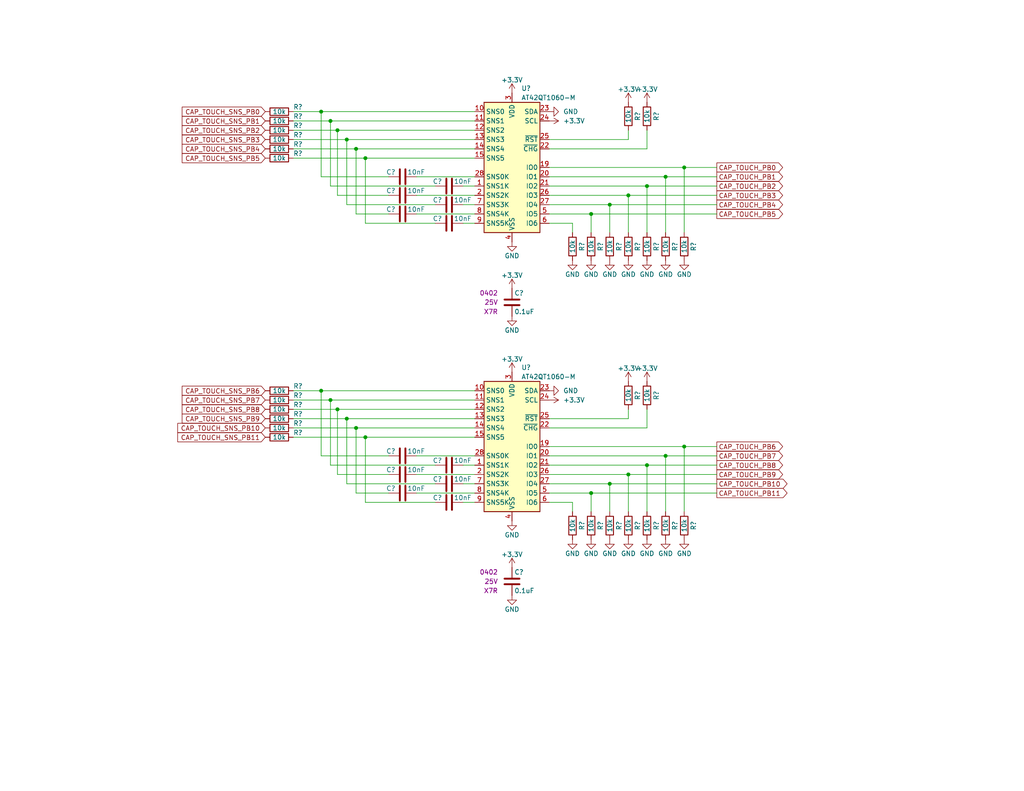
<source format=kicad_sch>
(kicad_sch (version 20230121) (generator eeschema)
  (paper "A")
  (title_block (title "USB MPD") (date "2024-02-06") (rev "PRELIM") (company "Drew Maatman"))
  (lib_symbols
    (symbol "Custom Library:C_Custom" (pin_numbers hide) (pin_names (offset 0.254))
      (property "Reference" "C" (at 0.635 2.54 0))
      (property "Value" "C_Custom" (at 0.635 -2.54 0))
      (property "display_footprint" "Foot" (at -3.81 2.54 0))
      (property "Voltage" "V" (at -3.81 0 0))
      (property "Dielectric" "Er" (at -3.81 -2.54 0))
      (symbol "C_Custom_0_1"
        (polyline (pts (xy -2.032 -0.762) (xy 2.032 -0.762)) (stroke (width 0.508)))
        (polyline (pts (xy -2.032 0.762) (xy 2.032 0.762)) (stroke (width 0.508)))
      )
      (symbol "C_Custom_1_1"
        (pin passive line (at 0 3.81 270) (length 2.794) (name "~") (number "1"))
        (pin passive line (at 0 -3.81 90) (length 2.794) (name "~") (number "2"))
      )
    )
    (symbol "Custom_Library:R_Custom" (pin_numbers hide) (pin_names (offset 1.016) hide)
      (property "Reference" "R" (at -2.54 0 90))
      (property "Value" "Custom_Library_R_Custom" (at 0 0 90))
      (property "display_footprint" "Foot" (at 2.54 0 90))
      (property "Tolerance" "Tol" (at 5.08 0 90))
      (property "Wattage" "W" (at 7.62 0 90))
      (symbol "R_Custom_0_1"
        (rectangle (start 1.016 2.54) (end -1.016 -2.54) (stroke (width 0.254)))
      )
      (symbol "R_Custom_1_1"
        (pin passive line (at 0 3.81 270) (length 1.27) (name "1") (number "1"))
        (pin passive line (at 0 -3.81 90) (length 1.27) (name "2") (number "2"))
      )
    )
    (symbol "Sensor_Touch:AT42QT1060-M"
      (property "Reference" "U" (at -2.54 21.59 0))
      (property "Value" "AT42QT1060-M" (at -2.54 19.05 0))
      (symbol "AT42QT1060-M_0_1"
        (rectangle (start 7.62 17.78) (end -7.62 -17.78) (stroke (width 0.254)) (fill (type background)))
      )
      (symbol "AT42QT1060-M_1_1"
        (pin passive line (at 10.16 -5.08 180) (length 2.54) (name "SNS1K") (number "1"))
        (pin passive line (at 10.16 15.24 180) (length 2.54) (name "SNS0") (number "10"))
        (pin passive line (at 10.16 12.7 180) (length 2.54) (name "SNS1") (number "11"))
        (pin passive line (at 10.16 10.16 180) (length 2.54) (name "SNS2") (number "12"))
        (pin passive line (at 10.16 7.62 180) (length 2.54) (name "SNS3") (number "13"))
        (pin passive line (at 10.16 5.08 180) (length 2.54) (name "SNS4") (number "14"))
        (pin passive line (at 10.16 2.54 180) (length 2.54) (name "SNS5") (number "15"))
        (pin passive line (at 0 20.32 270) (length 2.54) hide (name "VDD") (number "16"))
        (pin passive line (at 0 20.32 270) (length 2.54) hide (name "VDD") (number "17"))
        (pin passive line (at 0 -20.32 90) (length 2.54) hide (name "VSS") (number "18"))
        (pin bidirectional line (at -10.16 0 0) (length 2.54) (name "IO0") (number "19"))
        (pin passive line (at 10.16 -7.62 180) (length 2.54) (name "SNS2K") (number "2"))
        (pin bidirectional line (at -10.16 -2.54 0) (length 2.54) (name "IO1") (number "20"))
        (pin bidirectional line (at -10.16 -5.08 0) (length 2.54) (name "IO2") (number "21"))
        (pin open_collector line (at -10.16 5.08 0) (length 2.54) (name "~{CHG}") (number "22"))
        (pin bidirectional line (at -10.16 15.24 0) (length 2.54) (name "SDA") (number "23"))
        (pin input line (at -10.16 12.7 0) (length 2.54) (name "SCL") (number "24"))
        (pin input line (at -10.16 7.62 0) (length 2.54) (name "~{RST}") (number "25"))
        (pin bidirectional line (at -10.16 -7.62 0) (length 2.54) (name "IO3") (number "26"))
        (pin bidirectional line (at -10.16 -10.16 0) (length 2.54) (name "IO4") (number "27"))
        (pin passive line (at 10.16 -2.54 180) (length 2.54) (name "SNS0K") (number "28"))
        (pin passive line (at 0 -20.32 90) (length 2.54) hide (name "VSS") (number "29"))
        (pin power_in line (at 0 20.32 270) (length 2.54) (name "VDD") (number "3"))
        (pin power_in line (at 0 -20.32 90) (length 2.54) (name "VSS") (number "4"))
        (pin bidirectional line (at -10.16 -12.7 0) (length 2.54) (name "IO5") (number "5"))
        (pin bidirectional line (at -10.16 -15.24 0) (length 2.54) (name "IO6") (number "6"))
        (pin passive line (at 10.16 -10.16 180) (length 2.54) (name "SNS3K") (number "7"))
        (pin passive line (at 10.16 -12.7 180) (length 2.54) (name "SNS4K") (number "8"))
        (pin passive line (at 10.16 -15.24 180) (length 2.54) (name "SNS5K") (number "9"))
      )
    )
    (symbol "power:+3.3V" (power) (pin_names (offset 0))
      (property "Value" "+3.3V" (at 0 3.556 0))
      (symbol "+3.3V_0_1"
        (polyline (pts (xy -0.762 1.27) (xy 0 2.54)))
        (polyline (pts (xy 0 0) (xy 0 2.54)))
        (polyline (pts (xy 0 2.54) (xy 0.762 1.27)))
      )
      (symbol "+3.3V_1_1"
        (pin power_in line (at 0 0 90) (length 0) hide (name "+3.3V") (number "1"))
      )
    )
    (symbol "power:GND" (power) (pin_names (offset 0))
      (property "Value" "GND" (at 0 -3.81 0))
      (symbol "GND_0_1"
        (polyline (pts (xy 0 0) (xy 0 -1.27) (xy 1.27 -1.27) (xy 0 -2.54) (xy -1.27 -1.27) (xy 0 -1.27)))
      )
      (symbol "GND_1_1"
        (pin power_in line (at 0 0 270) (length 0) hide (name "GND") (number "1"))
      )
    )
  )
  (junction (at 176.53 127))
  (junction (at 99.695 119.38))
  (junction (at 166.37 55.88))
  (junction (at 161.29 134.62))
  (junction (at 181.61 124.46))
  (junction (at 171.45 129.54))
  (junction (at 92.075 111.76))
  (junction (at 90.17 109.22))
  (junction (at 176.53 50.8))
  (junction (at 90.17 33.02))
  (junction (at 92.075 35.56))
  (junction (at 186.69 121.92))
  (junction (at 99.695 43.18))
  (junction (at 97.155 116.84))
  (junction (at 161.29 58.42))
  (junction (at 87.63 106.68))
  (junction (at 97.155 40.64))
  (junction (at 171.45 53.34))
  (junction (at 94.615 38.1))
  (junction (at 186.69 45.72))
  (junction (at 94.615 114.3))
  (junction (at 166.37 132.08))
  (junction (at 87.63 30.48))
  (junction (at 181.61 48.26))
  (wire (pts (xy 156.21 60.96) (xy 156.21 63.5)))
  (wire (pts (xy 94.615 55.88) (xy 94.615 38.1)))
  (wire (pts (xy 99.695 137.16) (xy 99.695 119.38)))
  (wire (pts (xy 149.86 53.34) (xy 171.45 53.34)))
  (wire (pts (xy 87.63 48.26) (xy 87.63 30.48)))
  (wire (pts (xy 113.665 124.46) (xy 129.54 124.46)))
  (wire (pts (xy 149.86 121.92) (xy 186.69 121.92)))
  (wire (pts (xy 149.86 55.88) (xy 166.37 55.88)))
  (wire (pts (xy 149.86 45.72) (xy 186.69 45.72)))
  (wire (pts (xy 171.45 129.54) (xy 171.45 139.7)))
  (wire (pts (xy 166.37 132.08) (xy 166.37 139.7)))
  (wire (pts (xy 106.045 129.54) (xy 92.075 129.54)))
  (wire (pts (xy 80.01 106.68) (xy 87.63 106.68)))
  (wire (pts (xy 171.45 35.56) (xy 171.45 38.1)))
  (wire (pts (xy 118.745 127) (xy 90.17 127)))
  (wire (pts (xy 90.17 50.8) (xy 90.17 33.02)))
  (wire (pts (xy 176.53 111.76) (xy 176.53 116.84)))
  (wire (pts (xy 149.86 129.54) (xy 171.45 129.54)))
  (wire (pts (xy 113.665 48.26) (xy 129.54 48.26)))
  (wire (pts (xy 92.075 35.56) (xy 129.54 35.56)))
  (wire (pts (xy 80.01 109.22) (xy 90.17 109.22)))
  (wire (pts (xy 181.61 124.46) (xy 181.61 139.7)))
  (wire (pts (xy 181.61 48.26) (xy 195.58 48.26)))
  (wire (pts (xy 166.37 132.08) (xy 195.58 132.08)))
  (wire (pts (xy 97.155 116.84) (xy 97.155 134.62)))
  (wire (pts (xy 118.745 137.16) (xy 99.695 137.16)))
  (wire (pts (xy 171.45 129.54) (xy 195.58 129.54)))
  (wire (pts (xy 126.365 132.08) (xy 129.54 132.08)))
  (wire (pts (xy 195.58 45.72) (xy 186.69 45.72)))
  (wire (pts (xy 106.045 48.26) (xy 87.63 48.26)))
  (wire (pts (xy 156.21 137.16) (xy 156.21 139.7)))
  (wire (pts (xy 97.155 116.84) (xy 129.54 116.84)))
  (wire (pts (xy 171.45 53.34) (xy 195.58 53.34)))
  (wire (pts (xy 176.53 127) (xy 195.58 127)))
  (wire (pts (xy 94.615 38.1) (xy 129.54 38.1)))
  (wire (pts (xy 92.075 53.34) (xy 92.075 35.56)))
  (wire (pts (xy 106.045 53.34) (xy 92.075 53.34)))
  (wire (pts (xy 118.745 55.88) (xy 94.615 55.88)))
  (wire (pts (xy 113.665 134.62) (xy 129.54 134.62)))
  (wire (pts (xy 181.61 124.46) (xy 195.58 124.46)))
  (wire (pts (xy 126.365 127) (xy 129.54 127)))
  (wire (pts (xy 176.53 127) (xy 176.53 139.7)))
  (wire (pts (xy 176.53 116.84) (xy 149.86 116.84)))
  (wire (pts (xy 118.745 60.96) (xy 99.695 60.96)))
  (wire (pts (xy 176.53 50.8) (xy 195.58 50.8)))
  (wire (pts (xy 90.17 127) (xy 90.17 109.22)))
  (wire (pts (xy 149.86 50.8) (xy 176.53 50.8)))
  (wire (pts (xy 80.01 35.56) (xy 92.075 35.56)))
  (wire (pts (xy 149.86 60.96) (xy 156.21 60.96)))
  (wire (pts (xy 161.29 134.62) (xy 195.58 134.62)))
  (wire (pts (xy 171.45 38.1) (xy 149.86 38.1)))
  (wire (pts (xy 92.075 111.76) (xy 129.54 111.76)))
  (wire (pts (xy 90.17 109.22) (xy 129.54 109.22)))
  (wire (pts (xy 186.69 121.92) (xy 186.69 139.7)))
  (wire (pts (xy 80.01 43.18) (xy 99.695 43.18)))
  (wire (pts (xy 195.58 121.92) (xy 186.69 121.92)))
  (wire (pts (xy 80.01 30.48) (xy 87.63 30.48)))
  (wire (pts (xy 118.745 50.8) (xy 90.17 50.8)))
  (wire (pts (xy 186.69 45.72) (xy 186.69 63.5)))
  (wire (pts (xy 161.29 58.42) (xy 195.58 58.42)))
  (wire (pts (xy 126.365 60.96) (xy 129.54 60.96)))
  (wire (pts (xy 176.53 50.8) (xy 176.53 63.5)))
  (wire (pts (xy 126.365 50.8) (xy 129.54 50.8)))
  (wire (pts (xy 80.01 119.38) (xy 99.695 119.38)))
  (wire (pts (xy 149.86 132.08) (xy 166.37 132.08)))
  (wire (pts (xy 118.745 132.08) (xy 94.615 132.08)))
  (wire (pts (xy 106.045 134.62) (xy 97.155 134.62)))
  (wire (pts (xy 97.155 40.64) (xy 97.155 58.42)))
  (wire (pts (xy 166.37 55.88) (xy 166.37 63.5)))
  (wire (pts (xy 99.695 119.38) (xy 129.54 119.38)))
  (wire (pts (xy 87.63 30.48) (xy 129.54 30.48)))
  (wire (pts (xy 80.01 33.02) (xy 90.17 33.02)))
  (wire (pts (xy 97.155 40.64) (xy 129.54 40.64)))
  (wire (pts (xy 149.86 137.16) (xy 156.21 137.16)))
  (wire (pts (xy 80.01 40.64) (xy 97.155 40.64)))
  (wire (pts (xy 80.01 114.3) (xy 94.615 114.3)))
  (wire (pts (xy 126.365 55.88) (xy 129.54 55.88)))
  (wire (pts (xy 126.365 137.16) (xy 129.54 137.16)))
  (wire (pts (xy 166.37 55.88) (xy 195.58 55.88)))
  (wire (pts (xy 149.86 58.42) (xy 161.29 58.42)))
  (wire (pts (xy 113.665 58.42) (xy 129.54 58.42)))
  (wire (pts (xy 149.86 48.26) (xy 181.61 48.26)))
  (wire (pts (xy 106.045 124.46) (xy 87.63 124.46)))
  (wire (pts (xy 80.01 38.1) (xy 94.615 38.1)))
  (wire (pts (xy 113.665 129.54) (xy 129.54 129.54)))
  (wire (pts (xy 92.075 129.54) (xy 92.075 111.76)))
  (wire (pts (xy 161.29 58.42) (xy 161.29 63.5)))
  (wire (pts (xy 99.695 43.18) (xy 129.54 43.18)))
  (wire (pts (xy 94.615 114.3) (xy 129.54 114.3)))
  (wire (pts (xy 90.17 33.02) (xy 129.54 33.02)))
  (wire (pts (xy 80.01 111.76) (xy 92.075 111.76)))
  (wire (pts (xy 87.63 124.46) (xy 87.63 106.68)))
  (wire (pts (xy 94.615 132.08) (xy 94.615 114.3)))
  (wire (pts (xy 176.53 40.64) (xy 149.86 40.64)))
  (wire (pts (xy 171.45 111.76) (xy 171.45 114.3)))
  (wire (pts (xy 149.86 124.46) (xy 181.61 124.46)))
  (wire (pts (xy 99.695 60.96) (xy 99.695 43.18)))
  (wire (pts (xy 149.86 127) (xy 176.53 127)))
  (wire (pts (xy 149.86 134.62) (xy 161.29 134.62)))
  (wire (pts (xy 113.665 53.34) (xy 129.54 53.34)))
  (wire (pts (xy 80.01 116.84) (xy 97.155 116.84)))
  (wire (pts (xy 171.45 53.34) (xy 171.45 63.5)))
  (wire (pts (xy 176.53 35.56) (xy 176.53 40.64)))
  (wire (pts (xy 87.63 106.68) (xy 129.54 106.68)))
  (wire (pts (xy 161.29 134.62) (xy 161.29 139.7)))
  (wire (pts (xy 181.61 48.26) (xy 181.61 63.5)))
  (wire (pts (xy 171.45 114.3) (xy 149.86 114.3)))
  (wire (pts (xy 106.045 58.42) (xy 97.155 58.42)))
  (global_label "CAP_TOUCH_SNS_PB6" (shape input) (at 72.39 106.68 180) (property "Intersheetrefs" "${INTERSHEET_REFS}" (effects hide)))
  (global_label "CAP_TOUCH_PB5" (shape output) (at 195.58 58.42 0) (property "Intersheetrefs" "${INTERSHEET_REFS}" (effects hide)))
  (global_label "CAP_TOUCH_SNS_PB11" (shape input) (at 72.39 119.38 180) (property "Intersheetrefs" "${INTERSHEET_REFS}" (effects hide)))
  (global_label "CAP_TOUCH_SNS_PB2" (shape input) (at 72.39 35.56 180) (property "Intersheetrefs" "${INTERSHEET_REFS}" (effects hide)))
  (global_label "CAP_TOUCH_PB9" (shape output) (at 195.58 129.54 0) (property "Intersheetrefs" "${INTERSHEET_REFS}" (effects hide)))
  (global_label "CAP_TOUCH_PB2" (shape output) (at 195.58 50.8 0) (property "Intersheetrefs" "${INTERSHEET_REFS}" (effects hide)))
  (global_label "CAP_TOUCH_SNS_PB5" (shape input) (at 72.39 43.18 180) (property "Intersheetrefs" "${INTERSHEET_REFS}" (effects hide)))
  (global_label "CAP_TOUCH_PB1" (shape output) (at 195.58 48.26 0) (property "Intersheetrefs" "${INTERSHEET_REFS}" (effects hide)))
  (global_label "CAP_TOUCH_PB10" (shape output) (at 195.58 132.08 0) (property "Intersheetrefs" "${INTERSHEET_REFS}" (effects hide)))
  (global_label "CAP_TOUCH_PB7" (shape output) (at 195.58 124.46 0) (property "Intersheetrefs" "${INTERSHEET_REFS}" (effects hide)))
  (global_label "CAP_TOUCH_SNS_PB9" (shape input) (at 72.39 114.3 180) (property "Intersheetrefs" "${INTERSHEET_REFS}" (effects hide)))
  (global_label "CAP_TOUCH_SNS_PB3" (shape input) (at 72.39 38.1 180) (property "Intersheetrefs" "${INTERSHEET_REFS}" (effects hide)))
  (global_label "CAP_TOUCH_PB4" (shape output) (at 195.58 55.88 0) (property "Intersheetrefs" "${INTERSHEET_REFS}" (effects hide)))
  (global_label "CAP_TOUCH_PB6" (shape output) (at 195.58 121.92 0) (property "Intersheetrefs" "${INTERSHEET_REFS}" (effects hide)))
  (global_label "CAP_TOUCH_SNS_PB10" (shape input) (at 72.39 116.84 180) (property "Intersheetrefs" "${INTERSHEET_REFS}" (effects hide)))
  (global_label "CAP_TOUCH_SNS_PB1" (shape input) (at 72.39 33.02 180) (property "Intersheetrefs" "${INTERSHEET_REFS}" (effects hide)))
  (global_label "CAP_TOUCH_PB0" (shape output) (at 195.58 45.72 0) (property "Intersheetrefs" "${INTERSHEET_REFS}" (effects hide)))
  (global_label "CAP_TOUCH_SNS_PB8" (shape input) (at 72.39 111.76 180) (property "Intersheetrefs" "${INTERSHEET_REFS}" (effects hide)))
  (global_label "CAP_TOUCH_PB11" (shape output) (at 195.58 134.62 0) (property "Intersheetrefs" "${INTERSHEET_REFS}" (effects hide)))
  (global_label "CAP_TOUCH_PB3" (shape output) (at 195.58 53.34 0) (property "Intersheetrefs" "${INTERSHEET_REFS}" (effects hide)))
  (global_label "CAP_TOUCH_SNS_PB0" (shape input) (at 72.39 30.48 180) (property "Intersheetrefs" "${INTERSHEET_REFS}" (effects hide)))
  (global_label "CAP_TOUCH_SNS_PB4" (shape input) (at 72.39 40.64 180) (property "Intersheetrefs" "${INTERSHEET_REFS}" (effects hide)))
  (global_label "CAP_TOUCH_SNS_PB7" (shape input) (at 72.39 109.22 180) (property "Intersheetrefs" "${INTERSHEET_REFS}" (effects hide)))
  (global_label "CAP_TOUCH_PB8" (shape output) (at 195.58 127 0) (property "Intersheetrefs" "${INTERSHEET_REFS}" (effects hide)))
  (symbol (lib_id "Sensor_Touch:AT42QT1060-M") (at 139.7 45.72 0) (mirror y) (unit 1)
    (property "Reference" "U?" (at 142.24 24.13 0) (effects (justify right)))
    (property "Value" "AT42QT1060-M" (at 142.24 26.67 0) (effects (justify right)))
    (property "Footprint" "Package_DFN_QFN:VQFN-28-1EP_4x4mm_P0.45mm_EP2.4x2.4mm" (effects hide))
    (property "Datasheet" "http://ww1.microchip.com/downloads/en/DeviceDoc/Atmel-9505-AT42-QTouch-BSW-AT42QT1060_Datasheet.pdf" (effects hide))
  )
  (symbol (lib_id "Custom Library:C_Custom") (at 109.855 124.46 90) (unit 1)
    (property "Reference" "C?" (at 107.95 123.19 90) (effects (justify left)))
    (property "Value" "10nF" (at 111.125 123.19 90) (effects (justify right)))
    (property "display_footprint" "0402" (effects hide))
    (property "Voltage" "50V" (effects hide))
    (property "Dielectric" "X7R" (effects hide))
    (property "Digi-Key PN" "PN" (effects hide))
  )
  (symbol (lib_id "Custom_Library:R_Custom") (at 181.61 67.31 0) (mirror y) (unit 1)
    (property "Reference" "R?" (at 184.15 67.31 90))
    (property "Value" "10k" (at 181.61 67.31 90))
    (property "display_footprint" "0402" (effects hide))
    (property "Tolerance" "1%" (effects hide))
    (property "Wattage" "1/16W" (effects hide))
    (instances (project "Analog_Clock" (path "" (reference "R?") (unit 1)) (path "" (reference "R?") (unit 1)) (path "" (reference "R?") (unit 1)) (path "" (reference "R?") (unit 1)) (path "" (reference "R?") (unit 1)) (path "" (reference "R?") (unit 1)) (path "" (reference "R?") (unit 1)) (path "" (reference "R?") (unit 1))) (project "Nixie_Clock_Core" (path "" (reference "R804") (unit 1))) (project "USB_MPD_Switches" (path "" (reference "R?") (unit 1)) (path "" (reference "R?") (unit 1)) (path "" (reference "R?") (unit 1))))
  )
  (symbol (lib_id "power:GND") (at 161.29 147.32 0) (unit 1)
    (property "Reference" "#PWR0309" (effects hide))
    (property "Value" "GND" (at 161.29 151.13 0))
    (instances (project "USB_MPD_Switches" (path "" (reference "#PWR0309") (unit 1)) (path "" (reference "#PWR0423") (unit 1))))
  )
  (symbol (lib_id "Custom_Library:R_Custom") (at 166.37 143.51 0) (mirror y) (unit 1)
    (property "Reference" "R?" (at 168.91 143.51 90))
    (property "Value" "10k" (at 166.37 143.51 90))
    (property "display_footprint" "0402" (effects hide))
    (property "Tolerance" "1%" (effects hide))
    (property "Wattage" "1/16W" (effects hide))
    (instances (project "Analog_Clock" (path "" (reference "R?") (unit 1)) (path "" (reference "R?") (unit 1)) (path "" (reference "R?") (unit 1)) (path "" (reference "R?") (unit 1)) (path "" (reference "R?") (unit 1)) (path "" (reference "R?") (unit 1)) (path "" (reference "R?") (unit 1)) (path "" (reference "R?") (unit 1))) (project "Nixie_Clock_Core" (path "" (reference "R804") (unit 1))) (project "USB_MPD_Switches" (path "" (reference "R?") (unit 1)) (path "" (reference "R?") (unit 1)) (path "" (reference "R?") (unit 1))))
  )
  (symbol (lib_id "Custom_Library:R_Custom") (at 76.2 111.76 270) (mirror x) (unit 1)
    (property "Reference" "R?" (at 80.01 110.49 90) (effects (justify left)))
    (property "Value" "10k" (at 76.2 111.76 90))
    (property "display_footprint" "0402" (effects hide))
    (property "Tolerance" "1%" (effects hide))
    (property "Wattage" "1/16W" (effects hide))
    (instances (project "Analog_Clock" (path "" (reference "R?") (unit 1)) (path "" (reference "R?") (unit 1)) (path "" (reference "R?") (unit 1)) (path "" (reference "R?") (unit 1)) (path "" (reference "R?") (unit 1)) (path "" (reference "R?") (unit 1)) (path "" (reference "R?") (unit 1)) (path "" (reference "R?") (unit 1))) (project "Nixie_Clock_Core" (path "" (reference "R804") (unit 1))) (project "USB_MPD_Switches" (path "" (reference "R?") (unit 1)) (path "" (reference "R?") (unit 1)) (path "" (reference "R?") (unit 1))))
  )
  (symbol (lib_id "power:GND") (at 149.86 106.68 90) (unit 1)
    (property "Reference" "#PWR0420" (effects hide))
    (property "Value" "GND" (at 153.67 106.68 90) (effects (justify right)))
  )
  (symbol (lib_id "power:GND") (at 156.21 147.32 0) (unit 1)
    (property "Reference" "#PWR0309" (effects hide))
    (property "Value" "GND" (at 156.21 151.13 0))
    (instances (project "USB_MPD_Switches" (path "" (reference "#PWR0309") (unit 1)) (path "" (reference "#PWR0422") (unit 1))))
  )
  (symbol (lib_id "Custom_Library:R_Custom") (at 171.45 107.95 0) (mirror y) (unit 1)
    (property "Reference" "R?" (at 173.99 107.95 90))
    (property "Value" "10k" (at 171.45 107.95 90))
    (property "display_footprint" "0402" (effects hide))
    (property "Tolerance" "1%" (effects hide))
    (property "Wattage" "1/16W" (effects hide))
    (instances (project "Analog_Clock" (path "" (reference "R?") (unit 1)) (path "" (reference "R?") (unit 1)) (path "" (reference "R?") (unit 1)) (path "" (reference "R?") (unit 1)) (path "" (reference "R?") (unit 1)) (path "" (reference "R?") (unit 1)) (path "" (reference "R?") (unit 1)) (path "" (reference "R?") (unit 1))) (project "Nixie_Clock_Core" (path "" (reference "R804") (unit 1))) (project "USB_MPD_Switches" (path "" (reference "R?") (unit 1)) (path "" (reference "R?") (unit 1)) (path "" (reference "R?") (unit 1))))
  )
  (symbol (lib_id "Custom Library:C_Custom") (at 122.555 127 90) (unit 1)
    (property "Reference" "C?" (at 120.65 125.73 90) (effects (justify left)))
    (property "Value" "10nF" (at 123.825 125.73 90) (effects (justify right)))
    (property "display_footprint" "0402" (effects hide))
    (property "Voltage" "50V" (effects hide))
    (property "Dielectric" "X7R" (effects hide))
    (property "Digi-Key PN" "PN" (effects hide))
  )
  (symbol (lib_id "power:GND") (at 166.37 147.32 0) (unit 1)
    (property "Reference" "#PWR0309" (effects hide))
    (property "Value" "GND" (at 166.37 151.13 0))
    (instances (project "USB_MPD_Switches" (path "" (reference "#PWR0309") (unit 1)) (path "" (reference "#PWR0424") (unit 1))))
  )
  (symbol (lib_id "Custom Library:C_Custom") (at 139.7 158.75 0) (unit 1)
    (property "Reference" "C?" (at 140.335 156.21 0) (effects (justify left)))
    (property "Value" "0.1uF" (at 140.335 161.29 0) (effects (justify left)))
    (property "display_footprint" "0402" (at 135.89 156.21 0) (effects (justify right)))
    (property "Voltage" "25V" (at 135.89 158.75 0) (effects (justify right)))
    (property "Dielectric" "X7R" (at 135.89 161.29 0) (effects (justify right)))
    (property "Digi-Key PN" "PN" (effects hide))
  )
  (symbol (lib_id "power:+3.3V") (at 139.7 78.74 0) (unit 1)
    (property "Reference" "#PWR0207" (effects hide))
    (property "Value" "+3.3V" (at 139.7 75.184 0))
    (instances (project "USB_MPD_Switches" (path "" (reference "#PWR0207") (unit 1)) (path "" (reference "#PWR0303") (unit 1)) (path "" (reference "#PWR0406") (unit 1))))
  )
  (symbol (lib_id "power:GND") (at 181.61 147.32 0) (unit 1)
    (property "Reference" "#PWR0309" (effects hide))
    (property "Value" "GND" (at 181.61 151.13 0))
    (instances (project "USB_MPD_Switches" (path "" (reference "#PWR0309") (unit 1)) (path "" (reference "#PWR0429") (unit 1))))
  )
  (symbol (lib_id "power:+3.3V") (at 139.7 25.4 0) (unit 1)
    (property "Reference" "#PWR0301" (effects hide))
    (property "Value" "+3.3V" (at 139.7 21.844 0))
    (instances (project "USB_MPD_Switches" (path "" (reference "#PWR0301") (unit 1)) (path "" (reference "#PWR0403") (unit 1))))
  )
  (symbol (lib_id "Custom_Library:R_Custom") (at 186.69 67.31 0) (mirror y) (unit 1)
    (property "Reference" "R?" (at 189.23 67.31 90))
    (property "Value" "10k" (at 186.69 67.31 90))
    (property "display_footprint" "0402" (effects hide))
    (property "Tolerance" "1%" (effects hide))
    (property "Wattage" "1/16W" (effects hide))
    (instances (project "Analog_Clock" (path "" (reference "R?") (unit 1)) (path "" (reference "R?") (unit 1)) (path "" (reference "R?") (unit 1)) (path "" (reference "R?") (unit 1)) (path "" (reference "R?") (unit 1)) (path "" (reference "R?") (unit 1)) (path "" (reference "R?") (unit 1)) (path "" (reference "R?") (unit 1))) (project "Nixie_Clock_Core" (path "" (reference "R804") (unit 1))) (project "USB_MPD_Switches" (path "" (reference "R?") (unit 1)) (path "" (reference "R?") (unit 1)) (path "" (reference "R?") (unit 1))))
  )
  (symbol (lib_id "Custom_Library:R_Custom") (at 156.21 67.31 0) (mirror y) (unit 1)
    (property "Reference" "R?" (at 158.75 67.31 90))
    (property "Value" "10k" (at 156.21 67.31 90))
    (property "display_footprint" "0402" (effects hide))
    (property "Tolerance" "1%" (effects hide))
    (property "Wattage" "1/16W" (effects hide))
    (instances (project "Analog_Clock" (path "" (reference "R?") (unit 1)) (path "" (reference "R?") (unit 1)) (path "" (reference "R?") (unit 1)) (path "" (reference "R?") (unit 1)) (path "" (reference "R?") (unit 1)) (path "" (reference "R?") (unit 1)) (path "" (reference "R?") (unit 1)) (path "" (reference "R?") (unit 1))) (project "Nixie_Clock_Core" (path "" (reference "R804") (unit 1))) (project "USB_MPD_Switches" (path "" (reference "R?") (unit 1)) (path "" (reference "R?") (unit 1)) (path "" (reference "R?") (unit 1))))
  )
  (symbol (lib_id "power:GND") (at 139.7 66.04 0) (unit 1)
    (property "Reference" "#PWR0404" (effects hide))
    (property "Value" "GND" (at 139.7 69.85 0))
  )
  (symbol (lib_id "Custom_Library:R_Custom") (at 171.45 67.31 0) (mirror y) (unit 1)
    (property "Reference" "R?" (at 173.99 67.31 90))
    (property "Value" "10k" (at 171.45 67.31 90))
    (property "display_footprint" "0402" (effects hide))
    (property "Tolerance" "1%" (effects hide))
    (property "Wattage" "1/16W" (effects hide))
    (instances (project "Analog_Clock" (path "" (reference "R?") (unit 1)) (path "" (reference "R?") (unit 1)) (path "" (reference "R?") (unit 1)) (path "" (reference "R?") (unit 1)) (path "" (reference "R?") (unit 1)) (path "" (reference "R?") (unit 1)) (path "" (reference "R?") (unit 1)) (path "" (reference "R?") (unit 1))) (project "Nixie_Clock_Core" (path "" (reference "R804") (unit 1))) (project "USB_MPD_Switches" (path "" (reference "R?") (unit 1)) (path "" (reference "R?") (unit 1)) (path "" (reference "R?") (unit 1))))
  )
  (symbol (lib_id "power:GND") (at 139.7 86.36 0) (unit 1)
    (property "Reference" "#PWR0208" (effects hide))
    (property "Value" "GND" (at 139.7 90.17 0))
    (instances (project "USB_MPD_Switches" (path "" (reference "#PWR0208") (unit 1)) (path "" (reference "#PWR0304") (unit 1)) (path "" (reference "#PWR0407") (unit 1))))
  )
  (symbol (lib_id "Custom Library:C_Custom") (at 122.555 55.88 90) (unit 1)
    (property "Reference" "C?" (at 120.65 54.61 90) (effects (justify left)))
    (property "Value" "10nF" (at 123.825 54.61 90) (effects (justify right)))
    (property "display_footprint" "0402" (effects hide))
    (property "Voltage" "50V" (effects hide))
    (property "Dielectric" "X7R" (effects hide))
    (property "Digi-Key PN" "PN" (effects hide))
  )
  (symbol (lib_id "power:GND") (at 176.53 71.12 0) (unit 1)
    (property "Reference" "#PWR0309" (effects hide))
    (property "Value" "GND" (at 176.53 74.93 0))
    (instances (project "USB_MPD_Switches" (path "" (reference "#PWR0309") (unit 1)) (path "" (reference "#PWR0411") (unit 1))))
  )
  (symbol (lib_id "Custom_Library:R_Custom") (at 76.2 30.48 270) (mirror x) (unit 1)
    (property "Reference" "R?" (at 80.01 29.21 90) (effects (justify left)))
    (property "Value" "10k" (at 76.2 30.48 90))
    (property "display_footprint" "0402" (effects hide))
    (property "Tolerance" "1%" (effects hide))
    (property "Wattage" "1/16W" (effects hide))
    (instances (project "Analog_Clock" (path "" (reference "R?") (unit 1)) (path "" (reference "R?") (unit 1)) (path "" (reference "R?") (unit 1)) (path "" (reference "R?") (unit 1)) (path "" (reference "R?") (unit 1)) (path "" (reference "R?") (unit 1)) (path "" (reference "R?") (unit 1)) (path "" (reference "R?") (unit 1))) (project "Nixie_Clock_Core" (path "" (reference "R804") (unit 1))) (project "USB_MPD_Switches" (path "" (reference "R?") (unit 1)) (path "" (reference "R?") (unit 1)) (path "" (reference "R?") (unit 1))))
  )
  (symbol (lib_id "power:+3.3V") (at 139.7 101.6 0) (unit 1)
    (property "Reference" "#PWR0301" (effects hide))
    (property "Value" "+3.3V" (at 139.7 98.044 0))
    (instances (project "USB_MPD_Switches" (path "" (reference "#PWR0301") (unit 1)) (path "" (reference "#PWR0414") (unit 1))))
  )
  (symbol (lib_id "Custom_Library:R_Custom") (at 76.2 38.1 270) (mirror x) (unit 1)
    (property "Reference" "R?" (at 80.01 36.83 90) (effects (justify left)))
    (property "Value" "10k" (at 76.2 38.1 90))
    (property "display_footprint" "0402" (effects hide))
    (property "Tolerance" "1%" (effects hide))
    (property "Wattage" "1/16W" (effects hide))
    (instances (project "Analog_Clock" (path "" (reference "R?") (unit 1)) (path "" (reference "R?") (unit 1)) (path "" (reference "R?") (unit 1)) (path "" (reference "R?") (unit 1)) (path "" (reference "R?") (unit 1)) (path "" (reference "R?") (unit 1)) (path "" (reference "R?") (unit 1)) (path "" (reference "R?") (unit 1))) (project "Nixie_Clock_Core" (path "" (reference "R804") (unit 1))) (project "USB_MPD_Switches" (path "" (reference "R?") (unit 1)) (path "" (reference "R?") (unit 1)) (path "" (reference "R?") (unit 1))))
  )
  (symbol (lib_id "Custom_Library:R_Custom") (at 76.2 109.22 270) (mirror x) (unit 1)
    (property "Reference" "R?" (at 80.01 107.95 90) (effects (justify left)))
    (property "Value" "10k" (at 76.2 109.22 90))
    (property "display_footprint" "0402" (effects hide))
    (property "Tolerance" "1%" (effects hide))
    (property "Wattage" "1/16W" (effects hide))
    (instances (project "Analog_Clock" (path "" (reference "R?") (unit 1)) (path "" (reference "R?") (unit 1)) (path "" (reference "R?") (unit 1)) (path "" (reference "R?") (unit 1)) (path "" (reference "R?") (unit 1)) (path "" (reference "R?") (unit 1)) (path "" (reference "R?") (unit 1)) (path "" (reference "R?") (unit 1))) (project "Nixie_Clock_Core" (path "" (reference "R804") (unit 1))) (project "USB_MPD_Switches" (path "" (reference "R?") (unit 1)) (path "" (reference "R?") (unit 1)) (path "" (reference "R?") (unit 1))))
  )
  (symbol (lib_id "Custom Library:C_Custom") (at 109.855 129.54 90) (unit 1)
    (property "Reference" "C?" (at 107.95 128.27 90) (effects (justify left)))
    (property "Value" "10nF" (at 111.125 128.27 90) (effects (justify right)))
    (property "display_footprint" "0402" (effects hide))
    (property "Voltage" "50V" (effects hide))
    (property "Dielectric" "X7R" (effects hide))
    (property "Digi-Key PN" "PN" (effects hide))
  )
  (symbol (lib_id "Custom_Library:R_Custom") (at 156.21 143.51 0) (mirror y) (unit 1)
    (property "Reference" "R?" (at 158.75 143.51 90))
    (property "Value" "10k" (at 156.21 143.51 90))
    (property "display_footprint" "0402" (effects hide))
    (property "Tolerance" "1%" (effects hide))
    (property "Wattage" "1/16W" (effects hide))
    (instances (project "Analog_Clock" (path "" (reference "R?") (unit 1)) (path "" (reference "R?") (unit 1)) (path "" (reference "R?") (unit 1)) (path "" (reference "R?") (unit 1)) (path "" (reference "R?") (unit 1)) (path "" (reference "R?") (unit 1)) (path "" (reference "R?") (unit 1)) (path "" (reference "R?") (unit 1))) (project "Nixie_Clock_Core" (path "" (reference "R804") (unit 1))) (project "USB_MPD_Switches" (path "" (reference "R?") (unit 1)) (path "" (reference "R?") (unit 1)) (path "" (reference "R?") (unit 1))))
  )
  (symbol (lib_id "Custom_Library:R_Custom") (at 166.37 67.31 0) (mirror y) (unit 1)
    (property "Reference" "R?" (at 168.91 67.31 90))
    (property "Value" "10k" (at 166.37 67.31 90))
    (property "display_footprint" "0402" (effects hide))
    (property "Tolerance" "1%" (effects hide))
    (property "Wattage" "1/16W" (effects hide))
    (instances (project "Analog_Clock" (path "" (reference "R?") (unit 1)) (path "" (reference "R?") (unit 1)) (path "" (reference "R?") (unit 1)) (path "" (reference "R?") (unit 1)) (path "" (reference "R?") (unit 1)) (path "" (reference "R?") (unit 1)) (path "" (reference "R?") (unit 1)) (path "" (reference "R?") (unit 1))) (project "Nixie_Clock_Core" (path "" (reference "R804") (unit 1))) (project "USB_MPD_Switches" (path "" (reference "R?") (unit 1)) (path "" (reference "R?") (unit 1)) (path "" (reference "R?") (unit 1))))
  )
  (symbol (lib_id "power:+3.3V") (at 176.53 27.94 0) (unit 1)
    (property "Reference" "#PWR0301" (effects hide))
    (property "Value" "+3.3V" (at 176.53 24.384 0))
    (instances (project "USB_MPD_Switches" (path "" (reference "#PWR0301") (unit 1)) (path "" (reference "#PWR0416") (unit 1))))
  )
  (symbol (lib_id "Custom_Library:R_Custom") (at 76.2 116.84 270) (mirror x) (unit 1)
    (property "Reference" "R?" (at 80.01 115.57 90) (effects (justify left)))
    (property "Value" "10k" (at 76.2 116.84 90))
    (property "display_footprint" "0402" (effects hide))
    (property "Tolerance" "1%" (effects hide))
    (property "Wattage" "1/16W" (effects hide))
    (instances (project "Analog_Clock" (path "" (reference "R?") (unit 1)) (path "" (reference "R?") (unit 1)) (path "" (reference "R?") (unit 1)) (path "" (reference "R?") (unit 1)) (path "" (reference "R?") (unit 1)) (path "" (reference "R?") (unit 1)) (path "" (reference "R?") (unit 1)) (path "" (reference "R?") (unit 1))) (project "Nixie_Clock_Core" (path "" (reference "R804") (unit 1))) (project "USB_MPD_Switches" (path "" (reference "R?") (unit 1)) (path "" (reference "R?") (unit 1)) (path "" (reference "R?") (unit 1))))
  )
  (symbol (lib_id "Custom_Library:R_Custom") (at 76.2 119.38 270) (mirror x) (unit 1)
    (property "Reference" "R?" (at 80.01 118.11 90) (effects (justify left)))
    (property "Value" "10k" (at 76.2 119.38 90))
    (property "display_footprint" "0402" (effects hide))
    (property "Tolerance" "1%" (effects hide))
    (property "Wattage" "1/16W" (effects hide))
    (instances (project "Analog_Clock" (path "" (reference "R?") (unit 1)) (path "" (reference "R?") (unit 1)) (path "" (reference "R?") (unit 1)) (path "" (reference "R?") (unit 1)) (path "" (reference "R?") (unit 1)) (path "" (reference "R?") (unit 1)) (path "" (reference "R?") (unit 1)) (path "" (reference "R?") (unit 1))) (project "Nixie_Clock_Core" (path "" (reference "R804") (unit 1))) (project "USB_MPD_Switches" (path "" (reference "R?") (unit 1)) (path "" (reference "R?") (unit 1)) (path "" (reference "R?") (unit 1))))
  )
  (symbol (lib_id "Custom_Library:R_Custom") (at 186.69 143.51 0) (mirror y) (unit 1)
    (property "Reference" "R?" (at 189.23 143.51 90))
    (property "Value" "10k" (at 186.69 143.51 90))
    (property "display_footprint" "0402" (effects hide))
    (property "Tolerance" "1%" (effects hide))
    (property "Wattage" "1/16W" (effects hide))
    (instances (project "Analog_Clock" (path "" (reference "R?") (unit 1)) (path "" (reference "R?") (unit 1)) (path "" (reference "R?") (unit 1)) (path "" (reference "R?") (unit 1)) (path "" (reference "R?") (unit 1)) (path "" (reference "R?") (unit 1)) (path "" (reference "R?") (unit 1)) (path "" (reference "R?") (unit 1))) (project "Nixie_Clock_Core" (path "" (reference "R804") (unit 1))) (project "USB_MPD_Switches" (path "" (reference "R?") (unit 1)) (path "" (reference "R?") (unit 1)) (path "" (reference "R?") (unit 1))))
  )
  (symbol (lib_id "Custom_Library:R_Custom") (at 176.53 107.95 0) (mirror y) (unit 1)
    (property "Reference" "R?" (at 179.07 107.95 90))
    (property "Value" "10k" (at 176.53 107.95 90))
    (property "display_footprint" "0402" (effects hide))
    (property "Tolerance" "1%" (effects hide))
    (property "Wattage" "1/16W" (effects hide))
    (instances (project "Analog_Clock" (path "" (reference "R?") (unit 1)) (path "" (reference "R?") (unit 1)) (path "" (reference "R?") (unit 1)) (path "" (reference "R?") (unit 1)) (path "" (reference "R?") (unit 1)) (path "" (reference "R?") (unit 1)) (path "" (reference "R?") (unit 1)) (path "" (reference "R?") (unit 1))) (project "Nixie_Clock_Core" (path "" (reference "R804") (unit 1))) (project "USB_MPD_Switches" (path "" (reference "R?") (unit 1)) (path "" (reference "R?") (unit 1)) (path "" (reference "R?") (unit 1))))
  )
  (symbol (lib_id "Custom_Library:R_Custom") (at 176.53 31.75 0) (mirror y) (unit 1)
    (property "Reference" "R?" (at 179.07 31.75 90))
    (property "Value" "10k" (at 176.53 31.75 90))
    (property "display_footprint" "0402" (effects hide))
    (property "Tolerance" "1%" (effects hide))
    (property "Wattage" "1/16W" (effects hide))
    (instances (project "Analog_Clock" (path "" (reference "R?") (unit 1)) (path "" (reference "R?") (unit 1)) (path "" (reference "R?") (unit 1)) (path "" (reference "R?") (unit 1)) (path "" (reference "R?") (unit 1)) (path "" (reference "R?") (unit 1)) (path "" (reference "R?") (unit 1)) (path "" (reference "R?") (unit 1))) (project "Nixie_Clock_Core" (path "" (reference "R804") (unit 1))) (project "USB_MPD_Switches" (path "" (reference "R?") (unit 1)) (path "" (reference "R?") (unit 1)) (path "" (reference "R?") (unit 1))))
  )
  (symbol (lib_id "Custom_Library:R_Custom") (at 76.2 33.02 270) (mirror x) (unit 1)
    (property "Reference" "R?" (at 80.01 31.75 90) (effects (justify left)))
    (property "Value" "10k" (at 76.2 33.02 90))
    (property "display_footprint" "0402" (effects hide))
    (property "Tolerance" "1%" (effects hide))
    (property "Wattage" "1/16W" (effects hide))
    (instances (project "Analog_Clock" (path "" (reference "R?") (unit 1)) (path "" (reference "R?") (unit 1)) (path "" (reference "R?") (unit 1)) (path "" (reference "R?") (unit 1)) (path "" (reference "R?") (unit 1)) (path "" (reference "R?") (unit 1)) (path "" (reference "R?") (unit 1)) (path "" (reference "R?") (unit 1))) (project "Nixie_Clock_Core" (path "" (reference "R804") (unit 1))) (project "USB_MPD_Switches" (path "" (reference "R?") (unit 1)) (path "" (reference "R?") (unit 1)) (path "" (reference "R?") (unit 1))))
  )
  (symbol (lib_id "Custom_Library:R_Custom") (at 76.2 40.64 270) (mirror x) (unit 1)
    (property "Reference" "R?" (at 80.01 39.37 90) (effects (justify left)))
    (property "Value" "10k" (at 76.2 40.64 90))
    (property "display_footprint" "0402" (effects hide))
    (property "Tolerance" "1%" (effects hide))
    (property "Wattage" "1/16W" (effects hide))
    (instances (project "Analog_Clock" (path "" (reference "R?") (unit 1)) (path "" (reference "R?") (unit 1)) (path "" (reference "R?") (unit 1)) (path "" (reference "R?") (unit 1)) (path "" (reference "R?") (unit 1)) (path "" (reference "R?") (unit 1)) (path "" (reference "R?") (unit 1)) (path "" (reference "R?") (unit 1))) (project "Nixie_Clock_Core" (path "" (reference "R804") (unit 1))) (project "USB_MPD_Switches" (path "" (reference "R?") (unit 1)) (path "" (reference "R?") (unit 1)) (path "" (reference "R?") (unit 1))))
  )
  (symbol (lib_id "Custom Library:C_Custom") (at 109.855 58.42 90) (unit 1)
    (property "Reference" "C?" (at 107.95 57.15 90) (effects (justify left)))
    (property "Value" "10nF" (at 111.125 57.15 90) (effects (justify right)))
    (property "display_footprint" "0402" (effects hide))
    (property "Voltage" "50V" (effects hide))
    (property "Dielectric" "X7R" (effects hide))
    (property "Digi-Key PN" "PN" (effects hide))
  )
  (symbol (lib_id "Custom_Library:R_Custom") (at 176.53 143.51 0) (mirror y) (unit 1)
    (property "Reference" "R?" (at 179.07 143.51 90))
    (property "Value" "10k" (at 176.53 143.51 90))
    (property "display_footprint" "0402" (effects hide))
    (property "Tolerance" "1%" (effects hide))
    (property "Wattage" "1/16W" (effects hide))
    (instances (project "Analog_Clock" (path "" (reference "R?") (unit 1)) (path "" (reference "R?") (unit 1)) (path "" (reference "R?") (unit 1)) (path "" (reference "R?") (unit 1)) (path "" (reference "R?") (unit 1)) (path "" (reference "R?") (unit 1)) (path "" (reference "R?") (unit 1)) (path "" (reference "R?") (unit 1))) (project "Nixie_Clock_Core" (path "" (reference "R804") (unit 1))) (project "USB_MPD_Switches" (path "" (reference "R?") (unit 1)) (path "" (reference "R?") (unit 1)) (path "" (reference "R?") (unit 1))))
  )
  (symbol (lib_id "power:GND") (at 166.37 71.12 0) (unit 1)
    (property "Reference" "#PWR0309" (effects hide))
    (property "Value" "GND" (at 166.37 74.93 0))
    (instances (project "USB_MPD_Switches" (path "" (reference "#PWR0309") (unit 1)) (path "" (reference "#PWR0409") (unit 1))))
  )
  (symbol (lib_id "Custom_Library:R_Custom") (at 176.53 67.31 0) (mirror y) (unit 1)
    (property "Reference" "R?" (at 179.07 67.31 90))
    (property "Value" "10k" (at 176.53 67.31 90))
    (property "display_footprint" "0402" (effects hide))
    (property "Tolerance" "1%" (effects hide))
    (property "Wattage" "1/16W" (effects hide))
    (instances (project "Analog_Clock" (path "" (reference "R?") (unit 1)) (path "" (reference "R?") (unit 1)) (path "" (reference "R?") (unit 1)) (path "" (reference "R?") (unit 1)) (path "" (reference "R?") (unit 1)) (path "" (reference "R?") (unit 1)) (path "" (reference "R?") (unit 1)) (path "" (reference "R?") (unit 1))) (project "Nixie_Clock_Core" (path "" (reference "R804") (unit 1))) (project "USB_MPD_Switches" (path "" (reference "R?") (unit 1)) (path "" (reference "R?") (unit 1)) (path "" (reference "R?") (unit 1))))
  )
  (symbol (lib_id "power:GND") (at 186.69 147.32 0) (unit 1)
    (property "Reference" "#PWR0309" (effects hide))
    (property "Value" "GND" (at 186.69 151.13 0))
    (instances (project "USB_MPD_Switches" (path "" (reference "#PWR0309") (unit 1)) (path "" (reference "#PWR0430") (unit 1))))
  )
  (symbol (lib_id "power:+3.3V") (at 139.7 154.94 0) (unit 1)
    (property "Reference" "#PWR0207" (effects hide))
    (property "Value" "+3.3V" (at 139.7 151.384 0))
    (instances (project "USB_MPD_Switches" (path "" (reference "#PWR0207") (unit 1)) (path "" (reference "#PWR0303") (unit 1)) (path "" (reference "#PWR0418") (unit 1))))
  )
  (symbol (lib_id "Custom Library:C_Custom") (at 122.555 132.08 90) (unit 1)
    (property "Reference" "C?" (at 120.65 130.81 90) (effects (justify left)))
    (property "Value" "10nF" (at 123.825 130.81 90) (effects (justify right)))
    (property "display_footprint" "0402" (effects hide))
    (property "Voltage" "50V" (effects hide))
    (property "Dielectric" "X7R" (effects hide))
    (property "Digi-Key PN" "PN" (effects hide))
  )
  (symbol (lib_id "Custom_Library:R_Custom") (at 171.45 31.75 0) (mirror y) (unit 1)
    (property "Reference" "R?" (at 173.99 31.75 90))
    (property "Value" "10k" (at 171.45 31.75 90))
    (property "display_footprint" "0402" (effects hide))
    (property "Tolerance" "1%" (effects hide))
    (property "Wattage" "1/16W" (effects hide))
    (instances (project "Analog_Clock" (path "" (reference "R?") (unit 1)) (path "" (reference "R?") (unit 1)) (path "" (reference "R?") (unit 1)) (path "" (reference "R?") (unit 1)) (path "" (reference "R?") (unit 1)) (path "" (reference "R?") (unit 1)) (path "" (reference "R?") (unit 1)) (path "" (reference "R?") (unit 1))) (project "Nixie_Clock_Core" (path "" (reference "R804") (unit 1))) (project "USB_MPD_Switches" (path "" (reference "R?") (unit 1)) (path "" (reference "R?") (unit 1)) (path "" (reference "R?") (unit 1))))
  )
  (symbol (lib_id "power:+3.3V") (at 171.45 104.14 0) (unit 1)
    (property "Reference" "#PWR0301" (effects hide))
    (property "Value" "+3.3V" (at 171.45 100.584 0))
    (instances (project "USB_MPD_Switches" (path "" (reference "#PWR0301") (unit 1)) (path "" (reference "#PWR0425") (unit 1))))
  )
  (symbol (lib_id "Custom_Library:R_Custom") (at 171.45 143.51 0) (mirror y) (unit 1)
    (property "Reference" "R?" (at 173.99 143.51 90))
    (property "Value" "10k" (at 171.45 143.51 90))
    (property "display_footprint" "0402" (effects hide))
    (property "Tolerance" "1%" (effects hide))
    (property "Wattage" "1/16W" (effects hide))
    (instances (project "Analog_Clock" (path "" (reference "R?") (unit 1)) (path "" (reference "R?") (unit 1)) (path "" (reference "R?") (unit 1)) (path "" (reference "R?") (unit 1)) (path "" (reference "R?") (unit 1)) (path "" (reference "R?") (unit 1)) (path "" (reference "R?") (unit 1)) (path "" (reference "R?") (unit 1))) (project "Nixie_Clock_Core" (path "" (reference "R804") (unit 1))) (project "USB_MPD_Switches" (path "" (reference "R?") (unit 1)) (path "" (reference "R?") (unit 1)) (path "" (reference "R?") (unit 1))))
  )
  (symbol (lib_id "Custom_Library:R_Custom") (at 161.29 143.51 0) (mirror y) (unit 1)
    (property "Reference" "R?" (at 163.83 143.51 90))
    (property "Value" "10k" (at 161.29 143.51 90))
    (property "display_footprint" "0402" (effects hide))
    (property "Tolerance" "1%" (effects hide))
    (property "Wattage" "1/16W" (effects hide))
    (instances (project "Analog_Clock" (path "" (reference "R?") (unit 1)) (path "" (reference "R?") (unit 1)) (path "" (reference "R?") (unit 1)) (path "" (reference "R?") (unit 1)) (path "" (reference "R?") (unit 1)) (path "" (reference "R?") (unit 1)) (path "" (reference "R?") (unit 1)) (path "" (reference "R?") (unit 1))) (project "Nixie_Clock_Core" (path "" (reference "R804") (unit 1))) (project "USB_MPD_Switches" (path "" (reference "R?") (unit 1)) (path "" (reference "R?") (unit 1)) (path "" (reference "R?") (unit 1))))
  )
  (symbol (lib_id "Custom Library:C_Custom") (at 122.555 50.8 90) (unit 1)
    (property "Reference" "C?" (at 120.65 49.53 90) (effects (justify left)))
    (property "Value" "10nF" (at 123.825 49.53 90) (effects (justify right)))
    (property "display_footprint" "0402" (effects hide))
    (property "Voltage" "50V" (effects hide))
    (property "Dielectric" "X7R" (effects hide))
    (property "Digi-Key PN" "PN" (effects hide))
  )
  (symbol (lib_id "Custom_Library:R_Custom") (at 76.2 114.3 270) (mirror x) (unit 1)
    (property "Reference" "R?" (at 80.01 113.03 90) (effects (justify left)))
    (property "Value" "10k" (at 76.2 114.3 90))
    (property "display_footprint" "0402" (effects hide))
    (property "Tolerance" "1%" (effects hide))
    (property "Wattage" "1/16W" (effects hide))
    (instances (project "Analog_Clock" (path "" (reference "R?") (unit 1)) (path "" (reference "R?") (unit 1)) (path "" (reference "R?") (unit 1)) (path "" (reference "R?") (unit 1)) (path "" (reference "R?") (unit 1)) (path "" (reference "R?") (unit 1)) (path "" (reference "R?") (unit 1)) (path "" (reference "R?") (unit 1))) (project "Nixie_Clock_Core" (path "" (reference "R804") (unit 1))) (project "USB_MPD_Switches" (path "" (reference "R?") (unit 1)) (path "" (reference "R?") (unit 1)) (path "" (reference "R?") (unit 1))))
  )
  (symbol (lib_id "power:GND") (at 176.53 147.32 0) (unit 1)
    (property "Reference" "#PWR0309" (effects hide))
    (property "Value" "GND" (at 176.53 151.13 0))
    (instances (project "USB_MPD_Switches" (path "" (reference "#PWR0309") (unit 1)) (path "" (reference "#PWR0428") (unit 1))))
  )
  (symbol (lib_id "Custom Library:C_Custom") (at 122.555 60.96 90) (unit 1)
    (property "Reference" "C?" (at 120.65 59.69 90) (effects (justify left)))
    (property "Value" "10nF" (at 123.825 59.69 90) (effects (justify right)))
    (property "display_footprint" "0402" (effects hide))
    (property "Voltage" "50V" (effects hide))
    (property "Dielectric" "X7R" (effects hide))
    (property "Digi-Key PN" "PN" (effects hide))
  )
  (symbol (lib_id "power:GND") (at 156.21 71.12 0) (unit 1)
    (property "Reference" "#PWR0309" (effects hide))
    (property "Value" "GND" (at 156.21 74.93 0))
    (instances (project "USB_MPD_Switches" (path "" (reference "#PWR0309") (unit 1)) (path "" (reference "#PWR0405") (unit 1))))
  )
  (symbol (lib_id "Sensor_Touch:AT42QT1060-M") (at 139.7 121.92 0) (mirror y) (unit 1)
    (property "Reference" "U?" (at 142.24 100.33 0) (effects (justify right)))
    (property "Value" "AT42QT1060-M" (at 142.24 102.87 0) (effects (justify right)))
    (property "Footprint" "Package_DFN_QFN:VQFN-28-1EP_4x4mm_P0.45mm_EP2.4x2.4mm" (effects hide))
    (property "Datasheet" "http://ww1.microchip.com/downloads/en/DeviceDoc/Atmel-9505-AT42-QTouch-BSW-AT42QT1060_Datasheet.pdf" (effects hide))
  )
  (symbol (lib_id "power:GND") (at 186.69 71.12 0) (unit 1)
    (property "Reference" "#PWR0309" (effects hide))
    (property "Value" "GND" (at 186.69 74.93 0))
    (instances (project "USB_MPD_Switches" (path "" (reference "#PWR0309") (unit 1)) (path "" (reference "#PWR0413") (unit 1))))
  )
  (symbol (lib_id "power:GND") (at 171.45 71.12 0) (unit 1)
    (property "Reference" "#PWR0309" (effects hide))
    (property "Value" "GND" (at 171.45 74.93 0))
    (instances (project "USB_MPD_Switches" (path "" (reference "#PWR0309") (unit 1)) (path "" (reference "#PWR0410") (unit 1))))
  )
  (symbol (lib_id "power:+3.3V") (at 176.53 104.14 0) (unit 1)
    (property "Reference" "#PWR0301" (effects hide))
    (property "Value" "+3.3V" (at 176.53 100.584 0))
    (instances (project "USB_MPD_Switches" (path "" (reference "#PWR0301") (unit 1)) (path "" (reference "#PWR0427") (unit 1))))
  )
  (symbol (lib_id "Custom Library:C_Custom") (at 109.855 134.62 90) (unit 1)
    (property "Reference" "C?" (at 107.95 133.35 90) (effects (justify left)))
    (property "Value" "10nF" (at 111.125 133.35 90) (effects (justify right)))
    (property "display_footprint" "0402" (effects hide))
    (property "Voltage" "50V" (effects hide))
    (property "Dielectric" "X7R" (effects hide))
    (property "Digi-Key PN" "PN" (effects hide))
  )
  (symbol (lib_id "power:GND") (at 139.7 142.24 0) (unit 1)
    (property "Reference" "#PWR0417" (effects hide))
    (property "Value" "GND" (at 139.7 146.05 0))
  )
  (symbol (lib_id "power:GND") (at 161.29 71.12 0) (unit 1)
    (property "Reference" "#PWR0309" (effects hide))
    (property "Value" "GND" (at 161.29 74.93 0))
    (instances (project "USB_MPD_Switches" (path "" (reference "#PWR0309") (unit 1)) (path "" (reference "#PWR0408") (unit 1))))
  )
  (symbol (lib_id "power:GND") (at 149.86 30.48 90) (unit 1)
    (property "Reference" "#PWR0401" (effects hide))
    (property "Value" "GND" (at 153.67 30.48 90) (effects (justify right)))
  )
  (symbol (lib_id "Custom Library:C_Custom") (at 109.855 53.34 90) (unit 1)
    (property "Reference" "C?" (at 107.95 52.07 90) (effects (justify left)))
    (property "Value" "10nF" (at 111.125 52.07 90) (effects (justify right)))
    (property "display_footprint" "0402" (effects hide))
    (property "Voltage" "50V" (effects hide))
    (property "Dielectric" "X7R" (effects hide))
    (property "Digi-Key PN" "PN" (effects hide))
  )
  (symbol (lib_id "Custom_Library:R_Custom") (at 181.61 143.51 0) (mirror y) (unit 1)
    (property "Reference" "R?" (at 184.15 143.51 90))
    (property "Value" "10k" (at 181.61 143.51 90))
    (property "display_footprint" "0402" (effects hide))
    (property "Tolerance" "1%" (effects hide))
    (property "Wattage" "1/16W" (effects hide))
    (instances (project "Analog_Clock" (path "" (reference "R?") (unit 1)) (path "" (reference "R?") (unit 1)) (path "" (reference "R?") (unit 1)) (path "" (reference "R?") (unit 1)) (path "" (reference "R?") (unit 1)) (path "" (reference "R?") (unit 1)) (path "" (reference "R?") (unit 1)) (path "" (reference "R?") (unit 1))) (project "Nixie_Clock_Core" (path "" (reference "R804") (unit 1))) (project "USB_MPD_Switches" (path "" (reference "R?") (unit 1)) (path "" (reference "R?") (unit 1)) (path "" (reference "R?") (unit 1))))
  )
  (symbol (lib_id "power:+3.3V") (at 149.86 109.22 270) (unit 1)
    (property "Reference" "#PWR0301" (effects hide))
    (property "Value" "+3.3V" (at 153.67 109.22 90) (effects (justify left)))
    (instances (project "USB_MPD_Switches" (path "" (reference "#PWR0301") (unit 1)) (path "" (reference "#PWR0421") (unit 1))))
  )
  (symbol (lib_id "Custom_Library:R_Custom") (at 76.2 35.56 270) (mirror x) (unit 1)
    (property "Reference" "R?" (at 80.01 34.29 90) (effects (justify left)))
    (property "Value" "10k" (at 76.2 35.56 90))
    (property "display_footprint" "0402" (effects hide))
    (property "Tolerance" "1%" (effects hide))
    (property "Wattage" "1/16W" (effects hide))
    (instances (project "Analog_Clock" (path "" (reference "R?") (unit 1)) (path "" (reference "R?") (unit 1)) (path "" (reference "R?") (unit 1)) (path "" (reference "R?") (unit 1)) (path "" (reference "R?") (unit 1)) (path "" (reference "R?") (unit 1)) (path "" (reference "R?") (unit 1)) (path "" (reference "R?") (unit 1))) (project "Nixie_Clock_Core" (path "" (reference "R804") (unit 1))) (project "USB_MPD_Switches" (path "" (reference "R?") (unit 1)) (path "" (reference "R?") (unit 1)) (path "" (reference "R?") (unit 1))))
  )
  (symbol (lib_id "power:GND") (at 181.61 71.12 0) (unit 1)
    (property "Reference" "#PWR0309" (effects hide))
    (property "Value" "GND" (at 181.61 74.93 0))
    (instances (project "USB_MPD_Switches" (path "" (reference "#PWR0309") (unit 1)) (path "" (reference "#PWR0412") (unit 1))))
  )
  (symbol (lib_id "power:+3.3V") (at 149.86 33.02 270) (unit 1)
    (property "Reference" "#PWR0301" (effects hide))
    (property "Value" "+3.3V" (at 153.67 33.02 90) (effects (justify left)))
    (instances (project "USB_MPD_Switches" (path "" (reference "#PWR0301") (unit 1)) (path "" (reference "#PWR0402") (unit 1))))
  )
  (symbol (lib_id "Custom_Library:R_Custom") (at 76.2 43.18 270) (mirror x) (unit 1)
    (property "Reference" "R?" (at 80.01 41.91 90) (effects (justify left)))
    (property "Value" "10k" (at 76.2 43.18 90))
    (property "display_footprint" "0402" (effects hide))
    (property "Tolerance" "1%" (effects hide))
    (property "Wattage" "1/16W" (effects hide))
    (instances (project "Analog_Clock" (path "" (reference "R?") (unit 1)) (path "" (reference "R?") (unit 1)) (path "" (reference "R?") (unit 1)) (path "" (reference "R?") (unit 1)) (path "" (reference "R?") (unit 1)) (path "" (reference "R?") (unit 1)) (path "" (reference "R?") (unit 1)) (path "" (reference "R?") (unit 1))) (project "Nixie_Clock_Core" (path "" (reference "R804") (unit 1))) (project "USB_MPD_Switches" (path "" (reference "R?") (unit 1)) (path "" (reference "R?") (unit 1)) (path "" (reference "R?") (unit 1))))
  )
  (symbol (lib_id "power:GND") (at 171.45 147.32 0) (unit 1)
    (property "Reference" "#PWR0309" (effects hide))
    (property "Value" "GND" (at 171.45 151.13 0))
    (instances (project "USB_MPD_Switches" (path "" (reference "#PWR0309") (unit 1)) (path "" (reference "#PWR0426") (unit 1))))
  )
  (symbol (lib_id "Custom Library:C_Custom") (at 139.7 82.55 0) (unit 1)
    (property "Reference" "C?" (at 140.335 80.01 0) (effects (justify left)))
    (property "Value" "0.1uF" (at 140.335 85.09 0) (effects (justify left)))
    (property "display_footprint" "0402" (at 135.89 80.01 0) (effects (justify right)))
    (property "Voltage" "25V" (at 135.89 82.55 0) (effects (justify right)))
    (property "Dielectric" "X7R" (at 135.89 85.09 0) (effects (justify right)))
    (property "Digi-Key PN" "PN" (effects hide))
  )
  (symbol (lib_id "Custom_Library:R_Custom") (at 161.29 67.31 0) (mirror y) (unit 1)
    (property "Reference" "R?" (at 163.83 67.31 90))
    (property "Value" "10k" (at 161.29 67.31 90))
    (property "display_footprint" "0402" (effects hide))
    (property "Tolerance" "1%" (effects hide))
    (property "Wattage" "1/16W" (effects hide))
    (instances (project "Analog_Clock" (path "" (reference "R?") (unit 1)) (path "" (reference "R?") (unit 1)) (path "" (reference "R?") (unit 1)) (path "" (reference "R?") (unit 1)) (path "" (reference "R?") (unit 1)) (path "" (reference "R?") (unit 1)) (path "" (reference "R?") (unit 1)) (path "" (reference "R?") (unit 1))) (project "Nixie_Clock_Core" (path "" (reference "R804") (unit 1))) (project "USB_MPD_Switches" (path "" (reference "R?") (unit 1)) (path "" (reference "R?") (unit 1)) (path "" (reference "R?") (unit 1))))
  )
  (symbol (lib_id "Custom_Library:R_Custom") (at 76.2 106.68 270) (mirror x) (unit 1)
    (property "Reference" "R?" (at 80.01 105.41 90) (effects (justify left)))
    (property "Value" "10k" (at 76.2 106.68 90))
    (property "display_footprint" "0402" (effects hide))
    (property "Tolerance" "1%" (effects hide))
    (property "Wattage" "1/16W" (effects hide))
    (instances (project "Analog_Clock" (path "" (reference "R?") (unit 1)) (path "" (reference "R?") (unit 1)) (path "" (reference "R?") (unit 1)) (path "" (reference "R?") (unit 1)) (path "" (reference "R?") (unit 1)) (path "" (reference "R?") (unit 1)) (path "" (reference "R?") (unit 1)) (path "" (reference "R?") (unit 1))) (project "Nixie_Clock_Core" (path "" (reference "R804") (unit 1))) (project "USB_MPD_Switches" (path "" (reference "R?") (unit 1)) (path "" (reference "R?") (unit 1)) (path "" (reference "R?") (unit 1))))
  )
  (symbol (lib_id "Custom Library:C_Custom") (at 122.555 137.16 90) (unit 1)
    (property "Reference" "C?" (at 120.65 135.89 90) (effects (justify left)))
    (property "Value" "10nF" (at 123.825 135.89 90) (effects (justify right)))
    (property "display_footprint" "0402" (effects hide))
    (property "Voltage" "50V" (effects hide))
    (property "Dielectric" "X7R" (effects hide))
    (property "Digi-Key PN" "PN" (effects hide))
  )
  (symbol (lib_id "power:+3.3V") (at 171.45 27.94 0) (unit 1)
    (property "Reference" "#PWR0301" (effects hide))
    (property "Value" "+3.3V" (at 171.45 24.384 0))
    (instances (project "USB_MPD_Switches" (path "" (reference "#PWR0301") (unit 1)) (path "" (reference "#PWR0415") (unit 1))))
  )
  (symbol (lib_id "Custom Library:C_Custom") (at 109.855 48.26 90) (unit 1)
    (property "Reference" "C?" (at 107.95 46.99 90) (effects (justify left)))
    (property "Value" "10nF" (at 111.125 46.99 90) (effects (justify right)))
    (property "display_footprint" "0402" (effects hide))
    (property "Voltage" "50V" (effects hide))
    (property "Dielectric" "X7R" (effects hide))
    (property "Digi-Key PN" "PN" (effects hide))
  )
  (symbol (lib_id "power:GND") (at 139.7 162.56 0) (unit 1)
    (property "Reference" "#PWR0208" (effects hide))
    (property "Value" "GND" (at 139.7 166.37 0))
    (instances (project "USB_MPD_Switches" (path "" (reference "#PWR0208") (unit 1)) (path "" (reference "#PWR0304") (unit 1)) (path "" (reference "#PWR0419") (unit 1))))
  )
)
</source>
